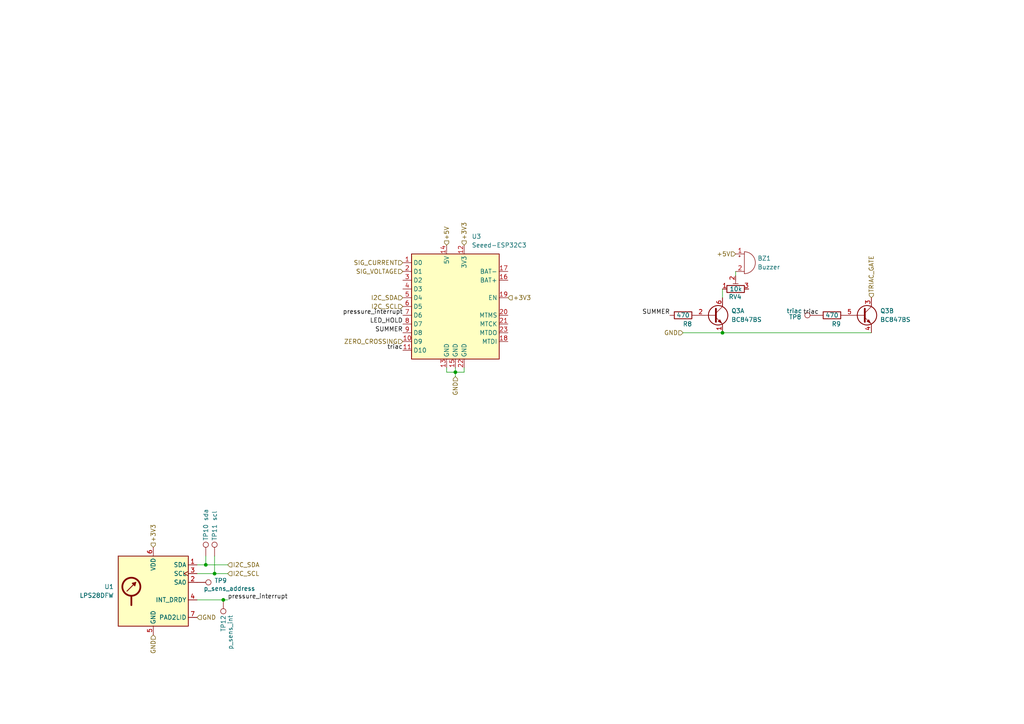
<source format=kicad_sch>
(kicad_sch (version 20231120) (generator "eeschema") (generator_version "8.0")
  (paper "A4")
  (lib_symbols
    (symbol "Connector:TestPoint" (pin_numbers hide) (pin_names (offset 0.762) hide)
      (property "Reference" "TP" (at 0 6.858 0))
      (property "Value" "TestPoint" (at 0 5.08 0))
      (symbol "TestPoint_0_1"
        (circle (center 0 3.302) (radius 0.762))
      )
      (symbol "TestPoint_1_1"
        (pin passive line (at 0 0 90) (length 2.54) (name "1") (number "1"))
      )
    )
    (symbol "Device:Buzzer" (pin_names (offset 0.0254) hide)
      (property "Reference" "BZ" (at 3.81 1.27 0))
      (property "Value" "Buzzer" (at 3.81 -1.27 0))
      (symbol "Buzzer_0_1"
        (arc (start 0 -3.175) (mid 3.1612 0) (end 0 3.175))
        (polyline (pts (xy -1.651 1.905) (xy -1.143 1.905)))
        (polyline (pts (xy -1.397 2.159) (xy -1.397 1.651)))
        (polyline (pts (xy 0 3.175) (xy 0 -3.175)))
      )
      (symbol "Buzzer_1_1"
        (pin passive line (at -2.54 2.54 0) (length 2.54) (name "-") (number "1"))
        (pin passive line (at -2.54 -2.54 0) (length 2.54) (name "+") (number "2"))
      )
    )
    (symbol "Device:R" (pin_numbers hide) (pin_names (offset 0))
      (property "Reference" "R" (at 2.032 0 90))
      (property "Value" "R" (at 0 0 90))
      (symbol "R_0_1"
        (rectangle (start -1.016 -2.54) (end 1.016 2.54) (stroke (width 0.254)))
      )
      (symbol "R_1_1"
        (pin passive line (at 0 3.81 270) (length 1.27) (name "~") (number "1"))
        (pin passive line (at 0 -3.81 90) (length 1.27) (name "~") (number "2"))
      )
    )
    (symbol "Device:R_Potentiometer_Trim" (pin_names (offset 1.016) hide)
      (property "Reference" "RV" (at -4.445 0 90))
      (property "Value" "R_Potentiometer_Trim" (at -2.54 0 90))
      (symbol "R_Potentiometer_Trim_0_1"
        (polyline (pts (xy 1.524 0.762) (xy 1.524 -0.762)))
        (polyline (pts (xy 2.54 0) (xy 1.524 0)))
        (rectangle (start 1.016 2.54) (end -1.016 -2.54) (stroke (width 0.254)))
      )
      (symbol "R_Potentiometer_Trim_1_1"
        (pin passive line (at 0 3.81 270) (length 1.27) (name "1") (number "1"))
        (pin passive line (at 3.81 0 180) (length 1.27) (name "2") (number "2"))
        (pin passive line (at 0 -3.81 90) (length 1.27) (name "3") (number "3"))
      )
    )
    (symbol "MCU_Seeed_ESP32C3:Seeed-ESP32C3"
      (property "Reference" "U" (at 0 1.016 0))
      (property "Value" "Seeed-ESP32C3" (at 0 3.81 0))
      (symbol "Seeed-ESP32C3_1_1"
        (rectangle (start -12.7 15.24) (end 12.7 -15.24) (stroke (width 0.254)) (fill (type background)))
        (pin bidirectional line (at -15.24 12.7 0) (length 2.54) (name "D0") (number "1"))
        (pin bidirectional line (at -15.24 -10.16 0) (length 2.54) (name "D9") (number "10"))
        (pin bidirectional line (at -15.24 -12.7 0) (length 2.54) (name "D10") (number "11"))
        (pin power_in line (at 2.54 17.78 270) (length 2.54) (name "3V3") (number "12"))
        (pin power_in line (at -2.54 -17.78 90) (length 2.54) (name "GND") (number "13"))
        (pin power_in line (at -2.54 17.78 270) (length 2.54) (name "5V") (number "14"))
        (pin power_in line (at 0 -17.78 90) (length 2.54) (name "GND") (number "15"))
        (pin power_in line (at 15.24 7.62 180) (length 2.54) (name "BAT+") (number "16"))
        (pin power_in line (at 15.24 10.16 180) (length 2.54) (name "BAT-") (number "17"))
        (pin input line (at 15.24 -10.16 180) (length 2.54) (name "MTDI") (number "18"))
        (pin input line (at 15.24 2.54 180) (length 2.54) (name "EN") (number "19"))
        (pin bidirectional line (at -15.24 10.16 0) (length 2.54) (name "D1") (number "2"))
        (pin bidirectional line (at 15.24 -2.54 180) (length 2.54) (name "MTMS") (number "20"))
        (pin input line (at 15.24 -5.08 180) (length 2.54) (name "MTCK") (number "21"))
        (pin power_in line (at 2.54 -17.78 90) (length 2.54) (name "GND") (number "22"))
        (pin output line (at 15.24 -7.62 180) (length 2.54) (name "MTDO") (number "23"))
        (pin bidirectional line (at -15.24 7.62 0) (length 2.54) (name "D2") (number "3"))
        (pin bidirectional line (at -15.24 5.08 0) (length 2.54) (name "D3") (number "4"))
        (pin bidirectional line (at -15.24 2.54 0) (length 2.54) (name "D4") (number "5"))
        (pin bidirectional line (at -15.24 0 0) (length 2.54) (name "D5") (number "6"))
        (pin bidirectional line (at -15.24 -2.54 0) (length 2.54) (name "D6") (number "7"))
        (pin bidirectional line (at -15.24 -5.08 0) (length 2.54) (name "D7") (number "8"))
        (pin bidirectional line (at -15.24 -7.62 0) (length 2.54) (name "D8") (number "9"))
      )
    )
    (symbol "Sensor_Pressure:LPS28DFW"
      (property "Reference" "U" (at -11.43 1.27 0))
      (property "Value" "LPS28DFW" (at -11.176 -1.27 0))
      (symbol "LPS28DFW_0_1"
        (rectangle (start -10.16 10.16) (end 10.16 -10.16) (stroke (width 0.254)) (fill (type background)))
        (circle (center -6.35 1.27) (radius 2.6162) (stroke (width 0.508)))
        (polyline (pts (xy -7.62 0) (xy -5.08 2.54)) (stroke (width 0.254)))
        (polyline (pts (xy -6.35 -1.524) (xy -6.35 -4.064)) (stroke (width 0.508)))
        (polyline (pts (xy -5.08 2.54) (xy -5.334 1.524) (xy -6.096 2.286) (xy -5.08 2.54)) (stroke (width 0.254)) (fill (type outline)))
      )
      (symbol "LPS28DFW_1_1"
        (pin bidirectional line (at 12.7 7.62 180) (length 2.54) (name "SDA") (number "1"))
        (pin input line (at 12.7 2.54 180) (length 2.54) (name "SA0") (number "2"))
        (pin input clock (at 12.7 5.08 180) (length 2.54) (name "SCL") (number "3"))
        (pin output line (at 12.7 -2.54 180) (length 2.54) (name "INT_DRDY") (number "4"))
        (pin power_in line (at 0 -12.7 90) (length 2.54) (name "GND") (number "5"))
        (pin power_in line (at 0 12.7 270) (length 2.54) (name "VDD") (number "6"))
        (pin passive line (at 12.7 -7.62 180) (length 2.54) (name "PAD2LID") (number "7"))
      )
    )
    (symbol "Transistor_BJT:BC847BS" (pin_names (offset 0) hide)
      (property "Reference" "Q" (at 5.08 1.27 0))
      (property "Value" "BC847BS" (at 5.08 -1.27 0))
      (symbol "BC847BS_0_1"
        (polyline (pts (xy 0.635 0) (xy -2.54 0)))
        (polyline (pts (xy 0.635 0.635) (xy 2.54 2.54)))
        (polyline (pts (xy 0.635 -0.635) (xy 2.54 -2.54) (xy 2.54 -2.54)))
        (polyline (pts (xy 0.635 1.905) (xy 0.635 -1.905) (xy 0.635 -1.905)) (stroke (width 0.508)))
        (polyline (pts (xy 1.27 -1.778) (xy 1.778 -1.27) (xy 2.286 -2.286) (xy 1.27 -1.778) (xy 1.27 -1.778)) (fill (type outline)))
        (circle (center 1.27 0) (radius 2.8194) (stroke (width 0.254)))
      )
      (symbol "BC847BS_1_1"
        (pin passive line (at 2.54 -5.08 90) (length 2.54) (name "E1") (number "1"))
        (pin input line (at -5.08 0 0) (length 2.54) (name "B1") (number "2"))
        (pin passive line (at 2.54 5.08 270) (length 2.54) (name "C1") (number "6"))
      )
      (symbol "BC847BS_2_1"
        (pin passive line (at 2.54 5.08 270) (length 2.54) (name "C2") (number "3"))
        (pin passive line (at 2.54 -5.08 90) (length 2.54) (name "E2") (number "4"))
        (pin input line (at -5.08 0 0) (length 2.54) (name "B2") (number "5"))
      )
    )
  )
  (junction (at 62.23 166.37))
  (junction (at 59.69 163.83))
  (junction (at 209.55 96.52))
  (junction (at 64.77 173.99))
  (junction (at 132.08 107.95))
  (wire (pts (xy 62.23 166.37) (xy 57.15 166.37)))
  (wire (pts (xy 198.12 96.52) (xy 209.55 96.52)))
  (wire (pts (xy 59.69 163.83) (xy 57.15 163.83)))
  (wire (pts (xy 209.55 96.52) (xy 252.73 96.52)))
  (wire (pts (xy 66.04 173.99) (xy 64.77 173.99)))
  (wire (pts (xy 129.54 106.68) (xy 129.54 107.95)))
  (wire (pts (xy 209.55 83.82) (xy 209.55 86.36)))
  (wire (pts (xy 132.08 106.68) (xy 132.08 107.95)))
  (wire (pts (xy 59.69 161.29) (xy 59.69 163.83)))
  (wire (pts (xy 62.23 161.29) (xy 62.23 166.37)))
  (wire (pts (xy 64.77 173.99) (xy 57.15 173.99)))
  (wire (pts (xy 134.62 107.95) (xy 134.62 106.68)))
  (wire (pts (xy 66.04 163.83) (xy 59.69 163.83)))
  (wire (pts (xy 132.08 107.95) (xy 134.62 107.95)))
  (wire (pts (xy 213.36 78.74) (xy 213.36 80.01)))
  (wire (pts (xy 129.54 107.95) (xy 132.08 107.95)))
  (wire (pts (xy 132.08 107.95) (xy 132.08 109.22)))
  (wire (pts (xy 66.04 166.37) (xy 62.23 166.37)))
  (label "SUMMER" (at 194.31 91.44 180))
  (label "LED_HOLD" (at 116.84 93.98 180))
  (label "triac" (at 237.49 91.44 180))
  (label "pressure_interrupt" (at 66.04 173.99 0))
  (label "SUMMER" (at 116.84 96.52 180))
  (label "pressure_interrupt" (at 116.84 91.44 180))
  (label "triac" (at 116.84 101.6 180))
  (hierarchical_label "GND" (shape input) (at 57.15 179.07 0))
  (hierarchical_label "+3V3" (shape input) (at 44.45 158.75 90))
  (hierarchical_label "+3V3" (shape input) (at 147.32 86.36 0))
  (hierarchical_label "I2C_SCL" (shape input) (at 116.84 88.9 180))
  (hierarchical_label "+3V3" (shape input) (at 134.62 71.12 90))
  (hierarchical_label "SIG_VOLTAGE" (shape input) (at 116.84 78.74 180))
  (hierarchical_label "GND" (shape input) (at 44.45 184.15 270))
  (hierarchical_label "GND" (shape input) (at 132.08 109.22 270))
  (hierarchical_label "SIG_CURRENT" (shape input) (at 116.84 76.2 180))
  (hierarchical_label "I2C_SDA" (shape input) (at 66.04 163.83 0))
  (hierarchical_label "+5V" (shape input) (at 129.54 71.12 90))
  (hierarchical_label "TRIAC_GATE" (shape input) (at 252.73 86.36 90))
  (hierarchical_label "ZERO_CROSSING" (shape input) (at 116.84 99.06 180))
  (hierarchical_label "+5V" (shape input) (at 213.36 73.66 180))
  (hierarchical_label "GND" (shape input) (at 198.12 96.52 180))
  (hierarchical_label "I2C_SCL" (shape input) (at 66.04 166.37 0))
  (hierarchical_label "I2C_SDA" (shape input) (at 116.84 86.36 180))
  (symbol (lib_id "Device:Buzzer") (at 215.9 76.2 0) (unit 1)
    (property "Reference" "BZ1" (at 219.71 74.9299 0) (effects (justify left)))
    (property "Value" "Buzzer" (at 219.71 77.4699 0) (effects (justify left)))
    (property "Footprint" "Buzzer_Beeper:Buzzer_15x7.5RM7.6" (effects (hide yes)))
  )
  (symbol (lib_id "Connector:TestPoint") (at 59.69 161.29 0) (unit 1)
    (property "Reference" "TP10" (at 59.69 154.432 90))
    (property "Value" "sda" (at 59.69 149.352 90))
    (property "Footprint" "TestPoint:TestPoint_Pad_D1.0mm" (effects (hide yes)))
    (property "Description" "test point" (effects (hide yes)))
  )
  (symbol (lib_id "Connector:TestPoint") (at 57.15 168.91 270) (unit 1)
    (property "Reference" "TP9" (at 64.008 168.402 90))
    (property "Value" "p_sens_address" (at 66.548 170.688 90))
    (property "Footprint" "TestPoint:TestPoint_Pad_D1.0mm" (effects (hide yes)))
    (property "Description" "test point" (effects (hide yes)))
  )
  (symbol (lib_id "Connector:TestPoint") (at 237.49 91.44 90) (unit 1)
    (property "Reference" "TP8" (at 230.632 91.948 90))
    (property "Value" "triac" (at 230.378 90.17 90))
    (property "Footprint" "TestPoint:TestPoint_Pad_D1.0mm" (effects (hide yes)))
    (property "Description" "test point" (effects (hide yes)))
  )
  (symbol (lib_id "Device:R_Potentiometer_Trim") (at 213.36 83.82 90) (unit 1)
    (property "Reference" "RV4" (at 211.328 86.106 90) (effects (justify right)))
    (property "Value" "10k" (at 211.582 83.82 90) (effects (justify right)))
    (property "Footprint" "Potentiometer_THT:Potentiometer_Bourns_3299W_Vertical" (effects (hide yes)))
    (property "Description" "Trim-potentiometer" (effects (hide yes)))
  )
  (symbol (lib_id "Connector:TestPoint") (at 64.77 173.99 180) (unit 1)
    (property "Reference" "TP12" (at 64.77 180.848 90))
    (property "Value" "p_sens_int" (at 66.802 183.388 90))
    (property "Footprint" "TestPoint:TestPoint_Pad_D1.0mm" (effects (hide yes)))
    (property "Description" "test point" (effects (hide yes)))
  )
  (symbol (lib_id "Sensor_Pressure:LPS28DFW") (at 44.45 171.45 0) (unit 1)
    (property "Reference" "U1" (at 33.02 170.1799 0) (effects (justify right)))
    (property "Value" "LPS28DFW" (at 33.02 172.7199 0) (effects (justify right)))
    (property "Footprint" "Sensor_Pressure:ST_LPS28DFW" (effects (hide yes)))
    (property "Datasheet" "https://www.st.com/resource/en/datasheet/lps28dfw.pdf" (effects (hide yes)))
    (property "Description" "MEMS nano pressure sensor, 260-4060 hPa, absolute digital output baromeeter, 24 bit, I2C, 0.32 Pa noise rms" (effects (hide yes)))
  )
  (symbol (lib_id "Device:R") (at 241.3 91.44 270) (unit 1)
    (property "Reference" "R9" (at 242.57 93.98 90))
    (property "Value" "470" (at 241.3 91.44 90))
    (property "Footprint" "Resistor_SMD:R_0603_1608Metric" (effects (hide yes)))
  )
  (symbol (lib_id "MCU_Seeed_ESP32C3:Seeed-ESP32C3") (at 132.08 88.9 0) (unit 1)
    (property "Reference" "U3" (at 136.8141 68.58 0) (effects (justify left)))
    (property "Value" "Seeed-ESP32C3" (at 136.8141 71.12 0) (effects (justify left)))
    (property "Footprint" "RF_Module:MCU_Seeed_ESP32C3" (effects (hide yes)))
    (property "Datasheet" "https://wiki.seeedstudio.com/XIAO_ESP32C3_Getting_Started/" (effects (hide yes)))
    (property "Description" "Wifi Module based on ESP32C3" (effects (hide yes)))
  )
  (symbol (lib_id "Transistor_BJT:BC847BS") (at 250.19 91.44 0) (unit 2)
    (property "Reference" "Q3" (at 255.27 90.1699 0) (effects (justify left)))
    (property "Value" "BC847BS" (at 255.27 92.7099 0) (effects (justify left)))
    (property "Footprint" "Package_TO_SOT_SMD:SOT-363_SC-70-6" (effects (hide yes)))
    (property "Datasheet" "https://assets.nexperia.com/documents/data-sheet/BC847BS.pdf" (effects (hide yes)))
    (property "Description" "100mA IC, 45V Vce, Dual NPN/NPN Transistors, SOT-363" (effects (hide yes)))
  )
  (symbol (lib_id "Connector:TestPoint") (at 62.23 161.29 0) (unit 1)
    (property "Reference" "TP11" (at 62.23 154.432 90))
    (property "Value" "scl" (at 62.23 149.606 90))
    (property "Footprint" "TestPoint:TestPoint_Pad_D1.0mm" (effects (hide yes)))
    (property "Description" "test point" (effects (hide yes)))
  )
  (symbol (lib_id "Transistor_BJT:BC847BS") (at 207.01 91.44 0) (unit 1)
    (property "Reference" "Q3" (at 212.09 90.1699 0) (effects (justify left)))
    (property "Value" "BC847BS" (at 212.09 92.7099 0) (effects (justify left)))
    (property "Footprint" "Package_TO_SOT_SMD:SOT-363_SC-70-6" (effects (hide yes)))
    (property "Datasheet" "https://assets.nexperia.com/documents/data-sheet/BC847BS.pdf" (effects (hide yes)))
    (property "Description" "100mA IC, 45V Vce, Dual NPN/NPN Transistors, SOT-363" (effects (hide yes)))
  )
  (symbol (lib_id "Device:R") (at 198.12 91.44 270) (unit 1)
    (property "Reference" "R8" (at 199.39 93.98 90))
    (property "Value" "470" (at 198.12 91.44 90))
    (property "Footprint" "Resistor_SMD:R_0603_1608Metric" (effects (hide yes)))
  )
)
</source>
